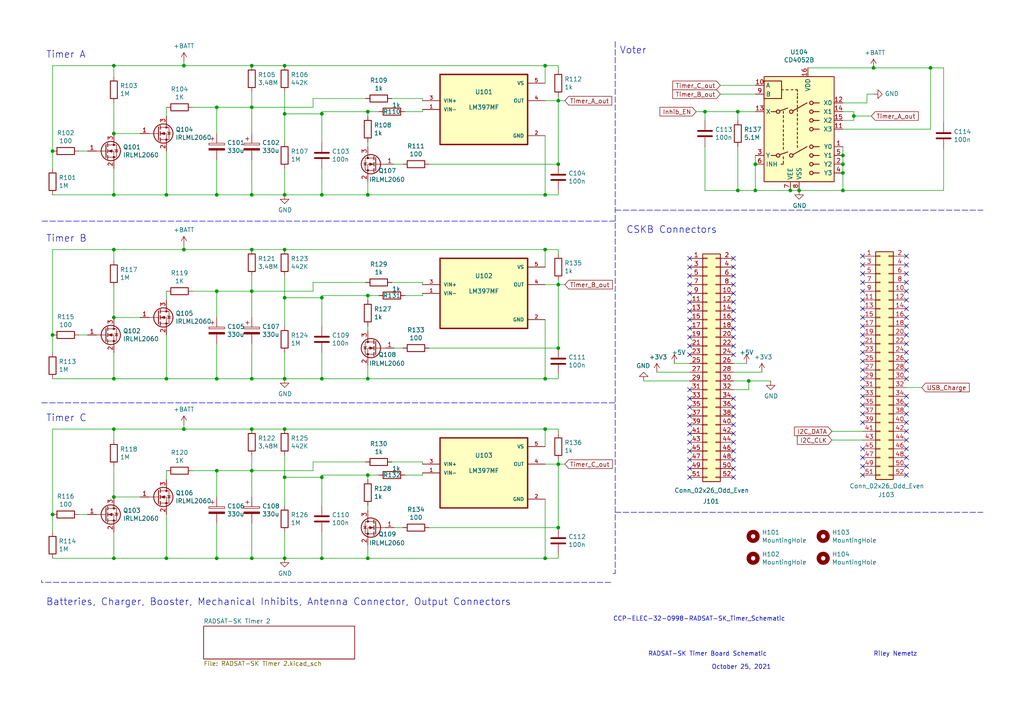
<source format=kicad_sch>
(kicad_sch (version 20211123) (generator eeschema)
  (paper "A4")
  (lib_symbols
    (symbol "Analog_Switch:CD4052B"
      (property "Reference" "U" (at -10.16 16.51 0))
      (property "Value" "CD4052B" (at 3.81 16.51 0))
      (symbol "CD4052B_1_1"
        (pin bidirectional line (at 12.7 -5.08 180) (length 2.54) (name "Y0") (number "1"))
        (pin input line (at -12.7 12.7 0) (length 2.54) (name "A") (number "10"))
        (pin bidirectional line (at 12.7 0 180) (length 2.54) (name "X3") (number "11"))
        (pin bidirectional line (at 12.7 7.62 180) (length 2.54) (name "X0") (number "12"))
        (pin bidirectional line (at -12.7 5.08 0) (length 2.54) (name "X") (number "13"))
        (pin bidirectional line (at 12.7 5.08 180) (length 2.54) (name "X1") (number "14"))
        (pin bidirectional line (at 12.7 2.54 180) (length 2.54) (name "X2") (number "15"))
        (pin power_in line (at 2.54 17.78 270) (length 2.54) (name "VDD") (number "16"))
        (pin bidirectional line (at 12.7 -10.16 180) (length 2.54) (name "Y2") (number "2"))
        (pin bidirectional line (at -12.7 -7.62 0) (length 2.54) (name "Y") (number "3"))
        (pin bidirectional line (at 12.7 -12.7 180) (length 2.54) (name "Y3") (number "4"))
        (pin bidirectional line (at 12.7 -7.62 180) (length 2.54) (name "Y1") (number "5"))
        (pin input line (at -12.7 -10.16 0) (length 2.54) (name "INH") (number "6"))
        (pin power_in line (at -2.54 -17.78 90) (length 2.54) (name "VEE") (number "7"))
        (pin power_in line (at 0 -17.78 90) (length 2.54) (name "VSS") (number "8"))
        (pin input line (at -12.7 10.16 0) (length 2.54) (name "B") (number "9"))
      )
    )
    (symbol "Connector_Generic:Conn_02x26_Odd_Even" (pin_names (offset 1.016) hide)
      (property "Reference" "J" (at 1.27 33.02 0))
      (property "Value" "Conn_02x26_Odd_Even" (at 1.27 -35.56 0))
      (symbol "Conn_02x26_Odd_Even_1_1"
        (pin passive line (at -5.08 30.48 0) (length 3.81) (name "Pin_1") (number "1"))
        (pin passive line (at 7.62 20.32 180) (length 3.81) (name "Pin_10") (number "10"))
        (pin passive line (at -5.08 17.78 0) (length 3.81) (name "Pin_11") (number "11"))
        (pin passive line (at 7.62 17.78 180) (length 3.81) (name "Pin_12") (number "12"))
        (pin passive line (at -5.08 15.24 0) (length 3.81) (name "Pin_13") (number "13"))
        (pin passive line (at 7.62 15.24 180) (length 3.81) (name "Pin_14") (number "14"))
        (pin passive line (at -5.08 12.7 0) (length 3.81) (name "Pin_15") (number "15"))
        (pin passive line (at 7.62 12.7 180) (length 3.81) (name "Pin_16") (number "16"))
        (pin passive line (at -5.08 10.16 0) (length 3.81) (name "Pin_17") (number "17"))
        (pin passive line (at 7.62 10.16 180) (length 3.81) (name "Pin_18") (number "18"))
        (pin passive line (at -5.08 7.62 0) (length 3.81) (name "Pin_19") (number "19"))
        (pin passive line (at 7.62 30.48 180) (length 3.81) (name "Pin_2") (number "2"))
        (pin passive line (at 7.62 7.62 180) (length 3.81) (name "Pin_20") (number "20"))
        (pin passive line (at -5.08 5.08 0) (length 3.81) (name "Pin_21") (number "21"))
        (pin passive line (at 7.62 5.08 180) (length 3.81) (name "Pin_22") (number "22"))
        (pin passive line (at -5.08 2.54 0) (length 3.81) (name "Pin_23") (number "23"))
        (pin passive line (at 7.62 2.54 180) (length 3.81) (name "Pin_24") (number "24"))
        (pin passive line (at -5.08 0 0) (length 3.81) (name "Pin_25") (number "25"))
        (pin passive line (at 7.62 0 180) (length 3.81) (name "Pin_26") (number "26"))
        (pin passive line (at -5.08 -2.54 0) (length 3.81) (name "Pin_27") (number "27"))
        (pin passive line (at 7.62 -2.54 180) (length 3.81) (name "Pin_28") (number "28"))
        (pin passive line (at -5.08 -5.08 0) (length 3.81) (name "Pin_29") (number "29"))
        (pin passive line (at -5.08 27.94 0) (length 3.81) (name "Pin_3") (number "3"))
        (pin passive line (at 7.62 -5.08 180) (length 3.81) (name "Pin_30") (number "30"))
        (pin passive line (at -5.08 -7.62 0) (length 3.81) (name "Pin_31") (number "31"))
        (pin passive line (at 7.62 -7.62 180) (length 3.81) (name "Pin_32") (number "32"))
        (pin passive line (at -5.08 -10.16 0) (length 3.81) (name "Pin_33") (number "33"))
        (pin passive line (at 7.62 -10.16 180) (length 3.81) (name "Pin_34") (number "34"))
        (pin passive line (at -5.08 -12.7 0) (length 3.81) (name "Pin_35") (number "35"))
        (pin passive line (at 7.62 -12.7 180) (length 3.81) (name "Pin_36") (number "36"))
        (pin passive line (at -5.08 -15.24 0) (length 3.81) (name "Pin_37") (number "37"))
        (pin passive line (at 7.62 -15.24 180) (length 3.81) (name "Pin_38") (number "38"))
        (pin passive line (at -5.08 -17.78 0) (length 3.81) (name "Pin_39") (number "39"))
        (pin passive line (at 7.62 27.94 180) (length 3.81) (name "Pin_4") (number "4"))
        (pin passive line (at 7.62 -17.78 180) (length 3.81) (name "Pin_40") (number "40"))
        (pin passive line (at -5.08 -20.32 0) (length 3.81) (name "Pin_41") (number "41"))
        (pin passive line (at 7.62 -20.32 180) (length 3.81) (name "Pin_42") (number "42"))
        (pin passive line (at -5.08 -22.86 0) (length 3.81) (name "Pin_43") (number "43"))
        (pin passive line (at 7.62 -22.86 180) (length 3.81) (name "Pin_44") (number "44"))
        (pin passive line (at -5.08 -25.4 0) (length 3.81) (name "Pin_45") (number "45"))
        (pin passive line (at 7.62 -25.4 180) (length 3.81) (name "Pin_46") (number "46"))
        (pin passive line (at -5.08 -27.94 0) (length 3.81) (name "Pin_47") (number "47"))
        (pin passive line (at 7.62 -27.94 180) (length 3.81) (name "Pin_48") (number "48"))
        (pin passive line (at -5.08 -30.48 0) (length 3.81) (name "Pin_49") (number "49"))
        (pin passive line (at -5.08 25.4 0) (length 3.81) (name "Pin_5") (number "5"))
        (pin passive line (at 7.62 -30.48 180) (length 3.81) (name "Pin_50") (number "50"))
        (pin passive line (at -5.08 -33.02 0) (length 3.81) (name "Pin_51") (number "51"))
        (pin passive line (at 7.62 -33.02 180) (length 3.81) (name "Pin_52") (number "52"))
        (pin passive line (at 7.62 25.4 180) (length 3.81) (name "Pin_6") (number "6"))
        (pin passive line (at -5.08 22.86 0) (length 3.81) (name "Pin_7") (number "7"))
        (pin passive line (at 7.62 22.86 180) (length 3.81) (name "Pin_8") (number "8"))
        (pin passive line (at -5.08 20.32 0) (length 3.81) (name "Pin_9") (number "9"))
      )
    )
    (symbol "Device:C" (pin_numbers hide) (pin_names (offset 0.254))
      (property "Reference" "C" (at 0.635 2.54 0))
      (property "Value" "C" (at 0.635 -2.54 0))
      (symbol "C_1_1"
        (pin passive line (at 0 3.81 270) (length 2.794) (name "~") (number "1"))
        (pin passive line (at 0 -3.81 90) (length 2.794) (name "~") (number "2"))
      )
    )
    (symbol "Device:CP" (pin_numbers hide) (pin_names (offset 0.254))
      (property "Reference" "C" (at 0.635 2.54 0))
      (property "Value" "Device_CP" (at 0.635 -2.54 0))
      (symbol "CP_1_1"
        (pin passive line (at 0 3.81 270) (length 2.794) (name "~") (number "1"))
        (pin passive line (at 0 -3.81 90) (length 2.794) (name "~") (number "2"))
      )
    )
    (symbol "Device:R" (pin_numbers hide) (pin_names (offset 0))
      (property "Reference" "R" (at 2.032 0 90))
      (property "Value" "R" (at 0 0 90))
      (symbol "R_1_1"
        (pin passive line (at 0 3.81 270) (length 1.27) (name "~") (number "1"))
        (pin passive line (at 0 -3.81 90) (length 1.27) (name "~") (number "2"))
      )
    )
    (symbol "LM397MF:LM397MF" (pin_names (offset 1.016))
      (property "Reference" "U" (at -12.7 11.1506 0))
      (property "Value" "LM397MF" (at -12.7 -14.1478 0))
      (symbol "LM397MF_0_0"
        (pin input line (at -17.78 0 0) (length 5.08) (name "VIN-") (number "1"))
        (pin power_in line (at 17.78 -7.62 180) (length 5.08) (name "GND") (number "2"))
        (pin input line (at -17.78 2.54 0) (length 5.08) (name "VIN+") (number "3"))
        (pin output line (at 17.78 2.54 180) (length 5.08) (name "OUT") (number "4"))
        (pin power_in line (at 17.78 7.62 180) (length 5.08) (name "VS") (number "5"))
      )
    )
    (symbol "Mechanical:MountingHole" (pin_names (offset 1.016))
      (property "Reference" "H" (at 0 5.08 0))
      (property "Value" "MountingHole" (at 0 3.175 0))
    )
    (symbol "Transistor_FET:IRLML2060" (pin_names hide)
      (property "Reference" "Q" (at 5.08 1.905 0))
      (property "Value" "IRLML2060" (at 5.08 0 0))
      (symbol "IRLML2060_1_1"
        (pin input line (at -5.08 0 0) (length 2.54) (name "G") (number "1"))
        (pin passive line (at 2.54 -5.08 90) (length 2.54) (name "S") (number "2"))
        (pin passive line (at 2.54 5.08 270) (length 2.54) (name "D") (number "3"))
      )
    )
    (symbol "power:+3V3" (power) (pin_names (offset 0))
      (property "Value" "+3V3" (at 0 3.556 0))
      (symbol "+3V3_1_1"
        (pin power_in line (at 0 0 90) (length 0) hide (name "+3V3") (number "1"))
      )
    )
    (symbol "power:+5V" (power) (pin_names (offset 0))
      (property "Value" "+5V" (at 0 3.556 0))
      (symbol "+5V_1_1"
        (pin power_in line (at 0 0 90) (length 0) hide (name "+5V") (number "1"))
      )
    )
    (symbol "power:+BATT" (power) (pin_names (offset 0))
      (property "Value" "+BATT" (at 0 3.556 0))
      (symbol "+BATT_1_1"
        (pin power_in line (at 0 0 90) (length 0) hide (name "+BATT") (number "1"))
      )
    )
    (symbol "power:GND" (power) (pin_names (offset 0))
      (property "Value" "GND" (at 0 -3.81 0))
      (symbol "GND_1_1"
        (pin power_in line (at 0 0 270) (length 0) hide (name "GND") (number "1"))
      )
    )
  )
  (junction (at 247.65 33.655))
  (junction (at 204.47 32.385))
  (junction (at 161.925 29.21))
  (junction (at 106.68 85.725))
  (junction (at 33.02 144.145))
  (junction (at 82.55 124.46))
  (junction (at 82.55 19.05))
  (junction (at 213.995 32.385))
  (junction (at 82.55 109.855))
  (junction (at 161.925 82.55))
  (junction (at 269.875 19.685))
  (junction (at 229.235 55.245))
  (junction (at 161.925 153.035))
  (junction (at 62.865 136.525))
  (junction (at 82.55 86.36))
  (junction (at 62.865 31.115))
  (junction (at 73.025 19.05))
  (junction (at 161.925 47.625))
  (junction (at 158.115 124.46))
  (junction (at 53.34 72.39))
  (junction (at 158.115 161.925))
  (junction (at 48.26 161.925))
  (junction (at 217.17 110.49))
  (junction (at 33.02 161.925))
  (junction (at 48.26 109.855))
  (junction (at 106.68 137.795))
  (junction (at 15.24 43.815))
  (junction (at 73.025 72.39))
  (junction (at 82.55 72.39))
  (junction (at 93.345 161.925))
  (junction (at 73.025 161.925))
  (junction (at 161.925 134.62))
  (junction (at 244.475 45.085))
  (junction (at 158.115 109.855))
  (junction (at 253.365 19.685))
  (junction (at 15.24 149.225))
  (junction (at 73.025 124.46))
  (junction (at 62.865 84.455))
  (junction (at 106.68 56.515))
  (junction (at 106.68 161.925))
  (junction (at 106.68 32.385))
  (junction (at 106.68 109.855))
  (junction (at 158.115 72.39))
  (junction (at 82.55 56.515))
  (junction (at 158.115 56.515))
  (junction (at 82.55 33.02))
  (junction (at 73.025 31.115))
  (junction (at 33.02 92.075))
  (junction (at 33.02 72.39))
  (junction (at 48.26 56.515))
  (junction (at 33.02 38.735))
  (junction (at 62.865 109.855))
  (junction (at 53.34 124.46))
  (junction (at 73.025 109.855))
  (junction (at 93.345 109.855))
  (junction (at 62.865 161.925))
  (junction (at 219.075 55.245))
  (junction (at 93.345 138.43))
  (junction (at 73.025 84.455))
  (junction (at 213.995 55.245))
  (junction (at 15.24 97.155))
  (junction (at 158.115 19.05))
  (junction (at 33.02 19.05))
  (junction (at 244.475 55.245))
  (junction (at 244.475 47.625))
  (junction (at 33.02 109.855))
  (junction (at 244.475 50.165))
  (junction (at 82.55 161.925))
  (junction (at 62.865 56.515))
  (junction (at 73.025 136.525))
  (junction (at 231.775 55.245))
  (junction (at 93.345 33.02))
  (junction (at 73.025 56.515))
  (junction (at 53.34 19.05))
  (junction (at 33.02 124.46))
  (junction (at 219.075 47.625))
  (junction (at 161.925 100.965))
  (junction (at 93.345 56.515))
  (junction (at 33.02 56.515))
  (junction (at 82.55 138.43))
  (junction (at 93.345 86.36))
  (no_connect (at 200.025 92.71))
  (no_connect (at 250.19 120.015))
  (no_connect (at 262.89 137.795))
  (no_connect (at 200.025 85.09))
  (no_connect (at 212.725 118.11))
  (no_connect (at 212.725 74.93))
  (no_connect (at 212.725 130.81))
  (no_connect (at 250.19 76.835))
  (no_connect (at 212.725 123.19))
  (no_connect (at 250.19 107.315))
  (no_connect (at 262.89 102.235))
  (no_connect (at 200.025 97.79))
  (no_connect (at 262.89 86.995))
  (no_connect (at 250.19 84.455))
  (no_connect (at 200.025 133.35))
  (no_connect (at 250.19 97.155))
  (no_connect (at 212.725 128.27))
  (no_connect (at 262.89 104.775))
  (no_connect (at 212.725 90.17))
  (no_connect (at 200.025 100.33))
  (no_connect (at 250.19 109.855))
  (no_connect (at 262.89 114.935))
  (no_connect (at 262.89 74.295))
  (no_connect (at 262.89 132.715))
  (no_connect (at 200.025 130.81))
  (no_connect (at 200.025 128.27))
  (no_connect (at 262.89 117.475))
  (no_connect (at 262.89 97.155))
  (no_connect (at 262.89 84.455))
  (no_connect (at 250.19 132.715))
  (no_connect (at 200.025 138.43))
  (no_connect (at 200.025 113.03))
  (no_connect (at 212.725 135.89))
  (no_connect (at 212.725 125.73))
  (no_connect (at 262.89 135.255))
  (no_connect (at 200.025 125.73))
  (no_connect (at 200.025 90.17))
  (no_connect (at 212.725 97.79))
  (no_connect (at 262.89 120.015))
  (no_connect (at 262.89 109.855))
  (no_connect (at 250.19 74.295))
  (no_connect (at 262.89 81.915))
  (no_connect (at 250.19 122.555))
  (no_connect (at 212.725 80.01))
  (no_connect (at 200.025 95.25))
  (no_connect (at 250.19 135.255))
  (no_connect (at 250.19 137.795))
  (no_connect (at 250.19 114.935))
  (no_connect (at 250.19 86.995))
  (no_connect (at 262.89 79.375))
  (no_connect (at 212.725 102.87))
  (no_connect (at 200.025 102.87))
  (no_connect (at 262.89 94.615))
  (no_connect (at 250.19 130.175))
  (no_connect (at 250.19 89.535))
  (no_connect (at 212.725 133.35))
  (no_connect (at 262.89 130.175))
  (no_connect (at 250.19 94.615))
  (no_connect (at 250.19 112.395))
  (no_connect (at 212.725 85.09))
  (no_connect (at 200.025 123.19))
  (no_connect (at 262.89 92.075))
  (no_connect (at 200.025 82.55))
  (no_connect (at 212.725 100.33))
  (no_connect (at 200.025 74.93))
  (no_connect (at 200.025 118.11))
  (no_connect (at 212.725 120.65))
  (no_connect (at 212.725 138.43))
  (no_connect (at 212.725 115.57))
  (no_connect (at 250.19 117.475))
  (no_connect (at 200.025 77.47))
  (no_connect (at 250.19 81.915))
  (no_connect (at 250.19 79.375))
  (no_connect (at 262.89 127.635))
  (no_connect (at 262.89 107.315))
  (no_connect (at 250.19 99.695))
  (no_connect (at 262.89 76.835))
  (no_connect (at 200.025 120.65))
  (no_connect (at 200.025 115.57))
  (no_connect (at 200.025 80.01))
  (no_connect (at 250.19 104.775))
  (no_connect (at 212.725 87.63))
  (no_connect (at 262.89 99.695))
  (no_connect (at 262.89 122.555))
  (no_connect (at 200.025 135.89))
  (no_connect (at 212.725 82.55))
  (no_connect (at 212.725 92.71))
  (no_connect (at 262.89 89.535))
  (no_connect (at 212.725 95.25))
  (no_connect (at 212.725 77.47))
  (no_connect (at 262.89 125.095))
  (no_connect (at 250.19 92.075))
  (no_connect (at 200.025 87.63))
  (no_connect (at 250.19 102.235))
  (wire (pts (xy 231.775 55.245) (xy 229.235 55.245)))
  (polyline (pts (xy 178.435 64.135) (xy 12.065 64.135)))
  (wire (pts (xy 122.555 28.575) (xy 122.555 29.21)))
  (wire (pts (xy 53.34 72.39) (xy 53.34 71.12)))
  (wire (pts (xy 106.68 161.925) (xy 158.115 161.925)))
  (wire (pts (xy 161.925 160.655) (xy 161.925 161.925)))
  (wire (pts (xy 158.115 39.37) (xy 158.115 56.515)))
  (wire (pts (xy 244.475 45.085) (xy 244.475 47.625)))
  (wire (pts (xy 82.55 19.05) (xy 73.025 19.05)))
  (wire (pts (xy 48.26 86.995) (xy 48.26 84.455)))
  (wire (pts (xy 73.025 109.855) (xy 62.865 109.855)))
  (wire (pts (xy 158.115 124.46) (xy 158.115 129.54)))
  (wire (pts (xy 244.475 42.545) (xy 244.475 45.085)))
  (wire (pts (xy 15.24 48.895) (xy 15.24 43.815)))
  (wire (pts (xy 113.665 81.915) (xy 122.555 81.915)))
  (wire (pts (xy 161.925 82.55) (xy 161.925 81.28)))
  (wire (pts (xy 117.475 85.725) (xy 122.555 85.725)))
  (wire (pts (xy 212.725 105.41) (xy 216.535 105.41)))
  (wire (pts (xy 244.475 47.625) (xy 244.475 50.165)))
  (wire (pts (xy 62.865 144.145) (xy 62.865 136.525)))
  (wire (pts (xy 122.555 32.385) (xy 122.555 31.75)))
  (wire (pts (xy 186.69 110.49) (xy 200.025 110.49)))
  (wire (pts (xy 48.26 149.225) (xy 48.26 161.925)))
  (wire (pts (xy 62.865 92.075) (xy 62.865 84.455)))
  (wire (pts (xy 106.68 94.615) (xy 106.68 95.885)))
  (wire (pts (xy 33.02 48.895) (xy 33.02 56.515)))
  (wire (pts (xy 22.86 149.225) (xy 25.4 149.225)))
  (wire (pts (xy 158.115 72.39) (xy 161.925 72.39)))
  (wire (pts (xy 33.02 154.305) (xy 33.02 161.925)))
  (wire (pts (xy 82.55 33.02) (xy 93.345 33.02)))
  (wire (pts (xy 53.34 124.46) (xy 53.34 123.19)))
  (wire (pts (xy 48.26 97.155) (xy 48.26 109.855)))
  (wire (pts (xy 53.34 19.05) (xy 53.34 17.78)))
  (wire (pts (xy 73.025 31.115) (xy 90.805 31.115)))
  (wire (pts (xy 116.84 153.035) (xy 114.3 153.035)))
  (wire (pts (xy 33.02 92.075) (xy 40.64 92.075)))
  (wire (pts (xy 273.685 19.685) (xy 273.685 35.56)))
  (wire (pts (xy 53.34 19.05) (xy 33.02 19.05)))
  (polyline (pts (xy 178.435 12.065) (xy 178.435 166.37)))
  (wire (pts (xy 15.24 124.46) (xy 15.24 149.225)))
  (wire (pts (xy 124.46 100.965) (xy 161.925 100.965)))
  (wire (pts (xy 93.345 137.795) (xy 93.345 138.43)))
  (wire (pts (xy 122.555 137.795) (xy 122.555 137.16)))
  (wire (pts (xy 82.55 161.925) (xy 73.025 161.925)))
  (wire (pts (xy 62.865 136.525) (xy 73.025 136.525)))
  (wire (pts (xy 33.02 161.925) (xy 48.26 161.925)))
  (wire (pts (xy 33.02 83.185) (xy 33.02 92.075)))
  (wire (pts (xy 82.55 72.39) (xy 73.025 72.39)))
  (wire (pts (xy 106.68 56.515) (xy 93.345 56.515)))
  (wire (pts (xy 93.345 33.02) (xy 93.345 41.275)))
  (wire (pts (xy 158.115 92.71) (xy 158.115 109.855)))
  (wire (pts (xy 106.045 133.985) (xy 90.805 133.985)))
  (wire (pts (xy 161.925 72.39) (xy 161.925 73.66)))
  (wire (pts (xy 161.925 47.625) (xy 161.925 29.21)))
  (wire (pts (xy 82.55 26.67) (xy 82.55 33.02)))
  (wire (pts (xy 124.46 153.035) (xy 161.925 153.035)))
  (wire (pts (xy 48.26 139.065) (xy 48.26 136.525)))
  (wire (pts (xy 93.345 85.725) (xy 93.345 86.36)))
  (wire (pts (xy 122.555 133.985) (xy 122.555 134.62)))
  (polyline (pts (xy 12.065 116.84) (xy 178.435 116.84)))
  (wire (pts (xy 161.925 109.855) (xy 158.115 109.855)))
  (wire (pts (xy 106.68 41.275) (xy 106.68 42.545)))
  (wire (pts (xy 219.075 47.625) (xy 219.075 55.245)))
  (wire (pts (xy 53.34 124.46) (xy 73.025 124.46)))
  (wire (pts (xy 158.115 124.46) (xy 161.925 124.46)))
  (wire (pts (xy 158.115 19.05) (xy 158.115 24.13)))
  (wire (pts (xy 116.84 100.965) (xy 114.3 100.965)))
  (wire (pts (xy 53.34 124.46) (xy 33.02 124.46)))
  (wire (pts (xy 269.875 37.465) (xy 269.875 19.685)))
  (wire (pts (xy 82.55 132.08) (xy 82.55 138.43)))
  (wire (pts (xy 158.115 19.05) (xy 161.925 19.05)))
  (wire (pts (xy 213.995 55.245) (xy 219.075 55.245)))
  (wire (pts (xy 251.46 29.845) (xy 251.46 27.305)))
  (wire (pts (xy 73.025 84.455) (xy 90.805 84.455)))
  (wire (pts (xy 82.55 138.43) (xy 93.345 138.43)))
  (wire (pts (xy 48.26 43.815) (xy 48.26 56.515)))
  (wire (pts (xy 55.88 136.525) (xy 62.865 136.525)))
  (wire (pts (xy 208.915 27.305) (xy 219.075 27.305)))
  (wire (pts (xy 82.55 56.515) (xy 73.025 56.515)))
  (wire (pts (xy 33.02 109.855) (xy 15.24 109.855)))
  (wire (pts (xy 82.55 161.925) (xy 93.345 161.925)))
  (wire (pts (xy 15.24 102.235) (xy 15.24 97.155)))
  (wire (pts (xy 158.115 144.78) (xy 158.115 161.925)))
  (wire (pts (xy 82.55 109.855) (xy 73.025 109.855)))
  (wire (pts (xy 33.02 19.05) (xy 15.24 19.05)))
  (wire (pts (xy 204.47 42.545) (xy 204.47 55.245)))
  (wire (pts (xy 33.02 161.925) (xy 15.24 161.925)))
  (wire (pts (xy 90.805 133.985) (xy 90.805 136.525)))
  (wire (pts (xy 269.875 19.685) (xy 273.685 19.685)))
  (wire (pts (xy 33.02 56.515) (xy 15.24 56.515)))
  (wire (pts (xy 213.995 42.545) (xy 213.995 55.245)))
  (wire (pts (xy 253.365 19.685) (xy 269.875 19.685)))
  (polyline (pts (xy 177.165 168.91) (xy 12.065 168.91)))
  (wire (pts (xy 267.335 112.395) (xy 262.89 112.395)))
  (wire (pts (xy 106.68 52.705) (xy 106.68 56.515)))
  (wire (pts (xy 116.84 47.625) (xy 114.3 47.625)))
  (wire (pts (xy 93.345 138.43) (xy 93.345 146.685)))
  (wire (pts (xy 204.47 32.385) (xy 213.995 32.385)))
  (wire (pts (xy 106.68 109.855) (xy 93.345 109.855)))
  (wire (pts (xy 244.475 50.165) (xy 244.475 55.245)))
  (wire (pts (xy 73.025 31.115) (xy 73.025 26.67)))
  (wire (pts (xy 231.775 55.245) (xy 244.475 55.245)))
  (wire (pts (xy 33.02 72.39) (xy 15.24 72.39)))
  (wire (pts (xy 73.025 84.455) (xy 73.025 80.01)))
  (wire (pts (xy 82.55 56.515) (xy 93.345 56.515)))
  (wire (pts (xy 273.685 55.245) (xy 244.475 55.245)))
  (wire (pts (xy 33.02 38.735) (xy 40.64 38.735)))
  (wire (pts (xy 82.55 48.895) (xy 82.55 56.515)))
  (wire (pts (xy 124.46 47.625) (xy 161.925 47.625)))
  (wire (pts (xy 234.315 19.685) (xy 253.365 19.685)))
  (wire (pts (xy 73.025 161.925) (xy 62.865 161.925)))
  (wire (pts (xy 33.02 135.255) (xy 33.02 144.145)))
  (wire (pts (xy 33.02 56.515) (xy 48.26 56.515)))
  (wire (pts (xy 106.68 106.045) (xy 106.68 109.855)))
  (wire (pts (xy 247.65 32.385) (xy 244.475 32.385)))
  (wire (pts (xy 53.34 19.05) (xy 73.025 19.05)))
  (wire (pts (xy 201.93 32.385) (xy 204.47 32.385)))
  (wire (pts (xy 109.855 85.725) (xy 106.68 85.725)))
  (wire (pts (xy 247.65 33.655) (xy 247.65 32.385)))
  (wire (pts (xy 200.025 107.95) (xy 190.5 107.95)))
  (wire (pts (xy 33.02 124.46) (xy 33.02 127.635)))
  (wire (pts (xy 106.68 139.065) (xy 106.68 137.795)))
  (wire (pts (xy 73.025 144.145) (xy 73.025 136.525)))
  (wire (pts (xy 82.55 86.36) (xy 93.345 86.36)))
  (wire (pts (xy 93.345 32.385) (xy 93.345 33.02)))
  (polyline (pts (xy 12.065 168.91) (xy 12.065 168.275)))
  (wire (pts (xy 48.26 161.925) (xy 62.865 161.925)))
  (wire (pts (xy 106.045 28.575) (xy 90.805 28.575)))
  (wire (pts (xy 161.925 153.035) (xy 161.925 134.62)))
  (wire (pts (xy 106.68 56.515) (xy 158.115 56.515)))
  (wire (pts (xy 93.345 161.925) (xy 93.345 154.305)))
  (wire (pts (xy 212.725 107.95) (xy 220.98 107.95)))
  (wire (pts (xy 204.47 32.385) (xy 204.47 34.925)))
  (wire (pts (xy 122.555 85.725) (xy 122.555 85.09)))
  (wire (pts (xy 158.115 72.39) (xy 158.115 77.47)))
  (wire (pts (xy 82.55 80.01) (xy 82.55 86.36)))
  (wire (pts (xy 82.55 124.46) (xy 158.115 124.46)))
  (wire (pts (xy 213.995 32.385) (xy 219.075 32.385)))
  (wire (pts (xy 241.3 127.635) (xy 250.19 127.635)))
  (wire (pts (xy 109.855 137.795) (xy 106.68 137.795)))
  (wire (pts (xy 161.925 29.21) (xy 161.925 27.94)))
  (wire (pts (xy 273.685 43.18) (xy 273.685 55.245)))
  (wire (pts (xy 22.86 97.155) (xy 25.4 97.155)))
  (wire (pts (xy 82.55 124.46) (xy 73.025 124.46)))
  (wire (pts (xy 82.55 109.855) (xy 93.345 109.855)))
  (wire (pts (xy 219.075 55.245) (xy 229.235 55.245)))
  (wire (pts (xy 247.65 34.925) (xy 244.475 34.925)))
  (wire (pts (xy 106.68 109.855) (xy 158.115 109.855)))
  (wire (pts (xy 73.025 56.515) (xy 62.865 56.515)))
  (wire (pts (xy 161.925 134.62) (xy 163.83 134.62)))
  (wire (pts (xy 90.805 28.575) (xy 90.805 31.115)))
  (wire (pts (xy 93.345 85.725) (xy 106.68 85.725)))
  (wire (pts (xy 62.865 31.115) (xy 73.025 31.115)))
  (wire (pts (xy 82.55 86.36) (xy 82.55 94.615)))
  (wire (pts (xy 161.925 55.245) (xy 161.925 56.515)))
  (wire (pts (xy 55.88 31.115) (xy 62.865 31.115)))
  (wire (pts (xy 251.46 27.305) (xy 253.365 27.305)))
  (wire (pts (xy 55.88 84.455) (xy 62.865 84.455)))
  (wire (pts (xy 33.02 29.845) (xy 33.02 38.735)))
  (wire (pts (xy 53.34 72.39) (xy 33.02 72.39)))
  (wire (pts (xy 241.3 125.095) (xy 250.19 125.095)))
  (wire (pts (xy 247.65 33.655) (xy 247.65 34.925)))
  (wire (pts (xy 106.68 158.115) (xy 106.68 161.925)))
  (wire (pts (xy 106.68 146.685) (xy 106.68 147.955)))
  (wire (pts (xy 161.925 124.46) (xy 161.925 125.73)))
  (wire (pts (xy 122.555 81.915) (xy 122.555 82.55)))
  (wire (pts (xy 106.68 86.995) (xy 106.68 85.725)))
  (wire (pts (xy 82.55 138.43) (xy 82.55 146.685)))
  (wire (pts (xy 82.55 19.05) (xy 158.115 19.05)))
  (wire (pts (xy 62.865 84.455) (xy 73.025 84.455)))
  (wire (pts (xy 117.475 32.385) (xy 122.555 32.385)))
  (wire (pts (xy 33.02 19.05) (xy 33.02 22.225)))
  (wire (pts (xy 158.115 82.55) (xy 161.925 82.55)))
  (polyline (pts (xy 178.435 166.37) (xy 177.8 166.37)))
  (wire (pts (xy 82.55 72.39) (xy 158.115 72.39)))
  (wire (pts (xy 161.925 56.515) (xy 158.115 56.515)))
  (wire (pts (xy 33.02 124.46) (xy 15.24 124.46)))
  (wire (pts (xy 62.865 99.695) (xy 62.865 109.855)))
  (wire (pts (xy 106.68 33.655) (xy 106.68 32.385)))
  (wire (pts (xy 15.24 72.39) (xy 15.24 97.155)))
  (wire (pts (xy 15.24 154.305) (xy 15.24 149.225)))
  (wire (pts (xy 73.025 99.695) (xy 73.025 109.855)))
  (wire (pts (xy 33.02 109.855) (xy 48.26 109.855)))
  (wire (pts (xy 204.47 55.245) (xy 213.995 55.245)))
  (wire (pts (xy 33.02 102.235) (xy 33.02 109.855)))
  (wire (pts (xy 195.58 105.41) (xy 200.025 105.41)))
  (wire (pts (xy 48.26 56.515) (xy 62.865 56.515)))
  (wire (pts (xy 217.17 110.49) (xy 223.52 110.49)))
  (polyline (pts (xy 178.435 60.96) (xy 285.115 60.96)))
  (wire (pts (xy 117.475 137.795) (xy 122.555 137.795)))
  (wire (pts (xy 109.855 32.385) (xy 106.68 32.385)))
  (wire (pts (xy 106.68 161.925) (xy 93.345 161.925)))
  (wire (pts (xy 161.925 100.965) (xy 161.925 82.55)))
  (wire (pts (xy 33.02 72.39) (xy 33.02 75.565)))
  (wire (pts (xy 158.115 29.21) (xy 161.925 29.21)))
  (polyline (pts (xy 178.435 148.59) (xy 285.115 148.59)))
  (wire (pts (xy 82.55 33.02) (xy 82.55 41.275)))
  (wire (pts (xy 161.925 29.21) (xy 163.83 29.21)))
  (wire (pts (xy 73.025 46.355) (xy 73.025 56.515)))
  (wire (pts (xy 33.02 144.145) (xy 40.64 144.145)))
  (wire (pts (xy 93.345 32.385) (xy 106.68 32.385)))
  (wire (pts (xy 161.925 19.05) (xy 161.925 20.32)))
  (wire (pts (xy 161.925 134.62) (xy 161.925 133.35)))
  (wire (pts (xy 73.025 38.735) (xy 73.025 31.115)))
  (wire (pts (xy 73.025 151.765) (xy 73.025 161.925)))
  (wire (pts (xy 73.025 136.525) (xy 90.805 136.525)))
  (wire (pts (xy 93.345 137.795) (xy 106.68 137.795)))
  (wire (pts (xy 93.345 109.855) (xy 93.345 102.235)))
  (wire (pts (xy 212.725 110.49) (xy 217.17 110.49)))
  (wire (pts (xy 93.345 86.36) (xy 93.345 94.615)))
  (wire (pts (xy 73.025 92.075) (xy 73.025 84.455)))
  (wire (pts (xy 161.925 161.925) (xy 158.115 161.925)))
  (wire (pts (xy 217.17 113.03) (xy 217.17 110.49)))
  (wire (pts (xy 82.55 102.235) (xy 82.55 109.855)))
  (wire (pts (xy 244.475 37.465) (xy 269.875 37.465)))
  (wire (pts (xy 244.475 29.845) (xy 251.46 29.845)))
  (wire (pts (xy 219.075 45.085) (xy 219.075 47.625)))
  (wire (pts (xy 73.025 136.525) (xy 73.025 132.08)))
  (wire (pts (xy 113.665 28.575) (xy 122.555 28.575)))
  (wire (pts (xy 213.995 32.385) (xy 213.995 34.925)))
  (wire (pts (xy 161.925 82.55) (xy 163.83 82.55)))
  (wire (pts (xy 113.665 133.985) (xy 122.555 133.985)))
  (wire (pts (xy 62.865 151.765) (xy 62.865 161.925)))
  (wire (pts (xy 48.26 109.855) (xy 62.865 109.855)))
  (wire (pts (xy 53.34 72.39) (xy 73.025 72.39)))
  (wire (pts (xy 62.865 46.355) (xy 62.865 56.515)))
  (wire (pts (xy 212.725 113.03) (xy 217.17 113.03)))
  (wire (pts (xy 62.865 38.735) (xy 62.865 31.115)))
  (wire (pts (xy 208.915 24.765) (xy 219.075 24.765)))
  (wire (pts (xy 22.86 43.815) (xy 25.4 43.815)))
  (wire (pts (xy 106.045 81.915) (xy 90.805 81.915)))
  (wire (pts (xy 48.26 33.655) (xy 48.26 31.115)))
  (wire (pts (xy 247.65 33.655) (xy 252.73 33.655)))
  (wire (pts (xy 93.345 56.515) (xy 93.345 48.895)))
  (wire (pts (xy 90.805 81.915) (xy 90.805 84.455)))
  (wire (pts (xy 15.24 19.05) (xy 15.24 43.815)))
  (wire (pts (xy 82.55 154.305) (xy 82.55 161.925)))
  (wire (pts (xy 161.925 108.585) (xy 161.925 109.855)))
  (wire (pts (xy 158.115 134.62) (xy 161.925 134.62)))
  (text "CCP-ELEC-32-0998-RADSAT-SK_Timer_Schematic" (at 177.8 180.34 0) (effects (font (size 1.27 1.27)) (justify left bottom)))
  (text "Voter" (at 179.705 15.875 0) (effects (font (size 2.0066 2.0066)) (justify left bottom)))
  (text "CSKB Connectors" (at 181.61 67.945 0) (effects (font (size 2.0066 2.0066)) (justify left bottom)))
  (text "RADSAT-SK Timer Board Schematic" (at 187.96 190.5 0) (effects (font (size 1.27 1.27)) (justify left bottom)))
  (text "October 25, 2021\n" (at 206.375 194.31 0) (effects (font (size 1.27 1.27)) (justify left bottom)))
  (text "Batteries, Charger, Booster, Mechanical Inhibits, Antenna Connector, Output Connectors" (at 13.335 175.895 0) (effects (font (size 2.0066 2.0066)) (justify left bottom)))
  (text "Timer A" (at 13.335 17.145 0) (effects (font (size 2.0066 2.0066)) (justify left bottom)))
  (text "Riley Nemetz" (at 266.065 190.5 180) (effects (font (size 1.27 1.27)) (justify right bottom)))
  (text "Timer C" (at 13.335 122.555 0) (effects (font (size 2.0066 2.0066)) (justify left bottom)))
  (text "Timer B" (at 13.335 70.485 0) (effects (font (size 2.0066 2.0066)) (justify left bottom)))
  (global_label "Inhib_EN" (shape input) (at 201.93 32.385 180) (property "Intersheet References" "${INTERSHEET_REFS}" (effects hide)))
  (global_label "Timer_C_out" (shape input) (at 208.915 24.765 180) (property "Intersheet References" "${INTERSHEET_REFS}" (effects hide)))
  (global_label "I2C_DATA" (shape input) (at 241.3 125.095 180) (property "Intersheet References" "${INTERSHEET_REFS}" (effects hide)))
  (global_label "Timer_A_out" (shape input) (at 252.73 33.655 0) (property "Intersheet References" "${INTERSHEET_REFS}" (effects hide)))
  (global_label "Timer_C_out" (shape input) (at 163.83 134.62 0) (property "Intersheet References" "${INTERSHEET_REFS}" (effects hide)))
  (global_label "Timer_B_out" (shape input) (at 163.83 82.55 0) (property "Intersheet References" "${INTERSHEET_REFS}" (effects hide)))
  (global_label "USB_Charge" (shape input) (at 267.335 112.395 0) (property "Intersheet References" "${INTERSHEET_REFS}" (effects hide)))
  (global_label "Timer_B_out" (shape input) (at 208.915 27.305 180) (property "Intersheet References" "${INTERSHEET_REFS}" (effects hide)))
  (global_label "I2C_CLK" (shape input) (at 241.3 127.635 180) (property "Intersheet References" "${INTERSHEET_REFS}" (effects hide)))
  (global_label "Timer_A_out" (shape input) (at 163.83 29.21 0) (property "Intersheet References" "${INTERSHEET_REFS}" (effects hide)))
  (symbol (lib_id "Device:R") (at 15.24 52.705 0) (unit 1)
    (property "Reference" "R101" (at 17.018 51.5366 0) (effects (justify left)))
    (property "Value" "1M" (at 17.018 53.848 0) (effects (justify left)))
    (property "Footprint" "Resistor_SMD:R_0805_2012Metric" (effects hide))
  )
  (symbol (lib_id "Device:R") (at 19.05 43.815 270) (unit 1)
    (property "Reference" "R102" (at 19.05 38.5572 90))
    (property "Value" "100" (at 19.05 40.8686 90))
    (property "Footprint" "Resistor_SMD:R_0805_2012Metric" (effects hide))
  )
  (symbol (lib_id "Device:R") (at 33.02 26.035 180) (unit 1)
    (property "Reference" "R103" (at 34.798 24.8666 0) (effects (justify right)))
    (property "Value" "1M" (at 34.798 27.178 0) (effects (justify right)))
    (property "Footprint" "Resistor_SMD:R_0805_2012Metric" (effects hide))
  )
  (symbol (lib_id "Device:R") (at 52.07 31.115 90) (unit 1)
    (property "Reference" "R104" (at 52.07 25.8572 90))
    (property "Value" "1K" (at 52.07 28.1686 90))
    (property "Footprint" "Resistor_SMD:R_0805_2012Metric" (effects hide))
  )
  (symbol (lib_id "Device:CP") (at 62.865 42.545 0) (unit 1)
    (property "Reference" "C101" (at 65.8622 41.3766 0) (effects (justify left)))
    (property "Value" "330u" (at 65.8622 43.688 0) (effects (justify left)))
    (property "Footprint" "Capacitor_Tantalum_SMD:CP_EIA-7343-30_AVX-N_Pad2.25x2.55mm_HandSolder" (effects hide))
  )
  (symbol (lib_id "Device:CP") (at 73.025 42.545 0) (unit 1)
    (property "Reference" "C102" (at 76.0222 41.3766 0) (effects (justify left)))
    (property "Value" "330u" (at 76.0222 43.688 0) (effects (justify left)))
    (property "Footprint" "Capacitor_Tantalum_SMD:CP_EIA-7343-30_AVX-N_Pad2.25x2.55mm_HandSolder" (effects hide))
  )
  (symbol (lib_id "Device:R") (at 73.025 22.86 0) (unit 1)
    (property "Reference" "R105" (at 74.803 21.6916 0) (effects (justify left)))
    (property "Value" "3.48M" (at 74.803 24.003 0) (effects (justify left)))
    (property "Footprint" "Resistor_SMD:R_0805_2012Metric" (effects hide))
  )
  (symbol (lib_id "power:GND") (at 82.55 56.515 0) (unit 1)
    (property "Reference" "#PWR0101" (effects hide))
    (property "Value" "GND" (at 82.677 60.9092 0))
  )
  (symbol (lib_id "Analog_Switch:CD4052B") (at 231.775 37.465 0) (unit 1)
    (property "Reference" "U104" (at 231.775 15.0876 0))
    (property "Value" "CD4052B" (at 231.775 17.399 0))
    (property "Footprint" "Package_SO:TSSOP-16_4.4x5mm_P0.65mm" (effects hide))
    (property "Datasheet" "http://www.ti.com/lit/ds/symlink/cd4052b.pdf" (effects hide))
  )
  (symbol (lib_id "Device:R") (at 82.55 45.085 0) (unit 1)
    (property "Reference" "R107" (at 84.328 43.9166 0) (effects (justify left)))
    (property "Value" "1M" (at 84.328 46.228 0) (effects (justify left)))
    (property "Footprint" "Resistor_SMD:R_0805_2012Metric" (effects hide))
  )
  (symbol (lib_id "Device:R") (at 82.55 22.86 0) (unit 1)
    (property "Reference" "R106" (at 84.328 21.6916 0) (effects (justify left)))
    (property "Value" "442K" (at 84.328 24.003 0) (effects (justify left)))
    (property "Footprint" "Resistor_SMD:R_0805_2012Metric" (effects hide))
  )
  (symbol (lib_id "Device:C") (at 93.345 45.085 0) (unit 1)
    (property "Reference" "C103" (at 96.266 43.9166 0) (effects (justify left)))
    (property "Value" "100n" (at 96.266 46.228 0) (effects (justify left)))
    (property "Footprint" "Capacitor_SMD:C_0805_2012Metric" (effects hide))
  )
  (symbol (lib_id "Device:R") (at 109.855 28.575 270) (unit 1)
    (property "Reference" "R109" (at 109.855 23.3172 90))
    (property "Value" "1k" (at 109.855 25.6286 90))
    (property "Footprint" "Resistor_SMD:R_0805_2012Metric" (effects hide))
  )
  (symbol (lib_id "Device:R") (at 113.665 32.385 270) (unit 1)
    (property "Reference" "R110" (at 113.665 32.385 90))
    (property "Value" "1k" (at 114.935 30.48 90))
    (property "Footprint" "Resistor_SMD:R_0805_2012Metric" (effects hide))
  )
  (symbol (lib_id "Device:R") (at 106.68 37.465 180) (unit 1)
    (property "Reference" "R108" (at 108.458 36.2966 0) (effects (justify right)))
    (property "Value" "1k" (at 108.458 38.608 0) (effects (justify right)))
    (property "Footprint" "Resistor_SMD:R_0805_2012Metric" (effects hide))
  )
  (symbol (lib_id "Device:R") (at 120.65 47.625 270) (unit 1)
    (property "Reference" "R111" (at 120.65 42.3672 90))
    (property "Value" "100" (at 120.65 44.6786 90))
    (property "Footprint" "Resistor_SMD:R_0805_2012Metric" (effects hide))
  )
  (symbol (lib_id "Device:C") (at 161.925 51.435 0) (unit 1)
    (property "Reference" "C104" (at 164.846 50.2666 0) (effects (justify left)))
    (property "Value" "100n" (at 164.846 52.578 0) (effects (justify left)))
    (property "Footprint" "Capacitor_SMD:C_0805_2012Metric" (effects hide))
  )
  (symbol (lib_id "Device:R") (at 161.925 24.13 180) (unit 1)
    (property "Reference" "R112" (at 163.703 22.9616 0) (effects (justify right)))
    (property "Value" "1k" (at 163.703 25.273 0) (effects (justify right)))
    (property "Footprint" "Resistor_SMD:R_0805_2012Metric" (effects hide))
  )
  (symbol (lib_id "Transistor_FET:IRLML2060") (at 30.48 43.815 0) (unit 1)
    (property "Reference" "Q101" (at 35.6616 42.6466 0) (effects (justify left)))
    (property "Value" "IRLML2060" (at 35.6616 44.958 0) (effects (justify left)))
    (property "Footprint" "Package_TO_SOT_SMD:SOT-23_Handsoldering" (effects hide))
    (property "Datasheet" "https://www.infineon.com/dgdl/irlml2060pbf.pdf?fileId=5546d462533600a401535664b7fb25ee" (effects hide))
  )
  (symbol (lib_id "Device:R") (at 213.995 38.735 180) (unit 1)
    (property "Reference" "R137" (at 215.773 37.5666 0) (effects (justify right)))
    (property "Value" "5.1M" (at 215.773 39.878 0) (effects (justify right)))
    (property "Footprint" "Resistor_SMD:R_0805_2012Metric" (effects hide))
  )
  (symbol (lib_id "Device:C") (at 273.685 39.37 0) (unit 1)
    (property "Reference" "C114" (at 276.606 38.2016 0) (effects (justify left)))
    (property "Value" "100n" (at 276.606 40.513 0) (effects (justify left)))
    (property "Footprint" "Capacitor_SMD:C_0805_2012Metric" (effects hide))
  )
  (symbol (lib_id "Transistor_FET:IRLML2060") (at 45.72 38.735 0) (unit 1)
    (property "Reference" "Q104" (at 50.9016 37.5666 0) (effects (justify left)))
    (property "Value" "IRLML2060" (at 50.9016 39.878 0) (effects (justify left)))
    (property "Footprint" "Package_TO_SOT_SMD:SOT-23_Handsoldering" (effects hide))
    (property "Datasheet" "https://www.infineon.com/dgdl/irlml2060pbf.pdf?fileId=5546d462533600a401535664b7fb25ee" (effects hide))
  )
  (symbol (lib_id "Device:C") (at 204.47 38.735 0) (unit 1)
    (property "Reference" "C113" (at 207.391 37.5666 0) (effects (justify left)))
    (property "Value" "100n" (at 207.391 39.878 0) (effects (justify left)))
    (property "Footprint" "Capacitor_SMD:C_0805_2012Metric" (effects hide))
  )
  (symbol (lib_id "Transistor_FET:IRLML2060") (at 109.22 47.625 0) (mirror y) (unit 1)
    (property "Reference" "Q107" (at 114.935 49.53 0) (effects (justify left)))
    (property "Value" "IRLML2060" (at 117.475 52.07 0) (effects (justify left)))
    (property "Footprint" "Package_TO_SOT_SMD:SOT-23_Handsoldering" (effects hide))
    (property "Datasheet" "https://www.infineon.com/dgdl/irlml2060pbf.pdf?fileId=5546d462533600a401535664b7fb25ee" (effects hide))
  )
  (symbol (lib_id "power:GND") (at 253.365 27.305 90) (unit 1)
    (property "Reference" "#PWR0111" (effects hide))
    (property "Value" "GND" (at 256.6162 27.178 90) (effects (justify right)))
  )
  (symbol (lib_id "LM397MF:LM397MF") (at 140.335 31.75 0) (unit 1)
    (property "Reference" "U101" (at 140.335 26.67 0))
    (property "Value" "LM397MF" (at 140.335 31.115 0))
    (property "Footprint" "Package_TO_SOT_SMD:TSOT-23-5_HandSoldering" (effects hide))
  )
  (symbol (lib_id "power:+BATT") (at 53.34 17.78 0) (unit 1)
    (property "Reference" "#PWR0104" (effects hide))
    (property "Value" "+BATT" (at 53.34 13.335 0))
  )
  (symbol (lib_id "power:+BATT") (at 253.365 19.685 0) (unit 1)
    (property "Reference" "#PWR0107" (effects hide))
    (property "Value" "+BATT" (at 253.746 15.2908 0))
  )
  (symbol (lib_id "Device:R") (at 33.02 79.375 180) (unit 1)
    (property "Reference" "R117" (at 34.798 78.2066 0) (effects (justify right)))
    (property "Value" "1M" (at 34.798 80.518 0) (effects (justify right)))
    (property "Footprint" "Resistor_SMD:R_0805_2012Metric" (effects hide))
  )
  (symbol (lib_id "Device:R") (at 52.07 84.455 90) (unit 1)
    (property "Reference" "R119" (at 52.07 79.1972 90))
    (property "Value" "1K" (at 52.07 81.5086 90))
    (property "Footprint" "Resistor_SMD:R_0805_2012Metric" (effects hide))
  )
  (symbol (lib_id "Device:CP") (at 62.865 95.885 0) (unit 1)
    (property "Reference" "C105" (at 65.8622 94.7166 0) (effects (justify left)))
    (property "Value" "330u" (at 65.8622 97.028 0) (effects (justify left)))
    (property "Footprint" "Capacitor_Tantalum_SMD:CP_EIA-7343-30_AVX-N_Pad2.25x2.55mm_HandSolder" (effects hide))
  )
  (symbol (lib_id "Device:CP") (at 73.025 95.885 0) (unit 1)
    (property "Reference" "C107" (at 76.0222 94.7166 0) (effects (justify left)))
    (property "Value" "330u" (at 76.0222 97.028 0) (effects (justify left)))
    (property "Footprint" "Capacitor_Tantalum_SMD:CP_EIA-7343-30_AVX-N_Pad2.25x2.55mm_HandSolder" (effects hide))
  )
  (symbol (lib_id "Device:R") (at 73.025 76.2 0) (unit 1)
    (property "Reference" "R121" (at 74.803 75.0316 0) (effects (justify left)))
    (property "Value" "3.48M" (at 74.803 77.343 0) (effects (justify left)))
    (property "Footprint" "Resistor_SMD:R_0805_2012Metric" (effects hide))
  )
  (symbol (lib_id "Device:R") (at 82.55 98.425 0) (unit 1)
    (property "Reference" "R124" (at 84.328 97.2566 0) (effects (justify left)))
    (property "Value" "1M" (at 84.328 99.568 0) (effects (justify left)))
    (property "Footprint" "Resistor_SMD:R_0805_2012Metric" (effects hide))
  )
  (symbol (lib_id "Device:R") (at 82.55 76.2 0) (unit 1)
    (property "Reference" "R123" (at 84.328 75.0316 0) (effects (justify left)))
    (property "Value" "442K" (at 84.328 77.343 0) (effects (justify left)))
    (property "Footprint" "Resistor_SMD:R_0805_2012Metric" (effects hide))
  )
  (symbol (lib_id "Device:C") (at 93.345 98.425 0) (unit 1)
    (property "Reference" "C109" (at 96.266 97.2566 0) (effects (justify left)))
    (property "Value" "100n" (at 96.266 99.568 0) (effects (justify left)))
    (property "Footprint" "Capacitor_SMD:C_0805_2012Metric" (effects hide))
  )
  (symbol (lib_id "Device:R") (at 109.855 81.915 270) (unit 1)
    (property "Reference" "R129" (at 109.855 76.6572 90))
    (property "Value" "1k" (at 109.855 78.9686 90))
    (property "Footprint" "Resistor_SMD:R_0805_2012Metric" (effects hide))
  )
  (symbol (lib_id "Device:R") (at 113.665 85.725 270) (unit 1)
    (property "Reference" "R131" (at 113.665 85.725 90))
    (property "Value" "1k" (at 114.935 83.82 90))
    (property "Footprint" "Resistor_SMD:R_0805_2012Metric" (effects hide))
  )
  (symbol (lib_id "Device:R") (at 106.68 90.805 180) (unit 1)
    (property "Reference" "R127" (at 108.458 89.6366 0) (effects (justify right)))
    (property "Value" "1k" (at 108.458 91.948 0) (effects (justify right)))
    (property "Footprint" "Resistor_SMD:R_0805_2012Metric" (effects hide))
  )
  (symbol (lib_id "Device:R") (at 120.65 100.965 270) (unit 1)
    (property "Reference" "R133" (at 120.65 95.7072 90))
    (property "Value" "100" (at 120.65 98.0186 90))
    (property "Footprint" "Resistor_SMD:R_0805_2012Metric" (effects hide))
  )
  (symbol (lib_id "Device:C") (at 161.925 104.775 0) (unit 1)
    (property "Reference" "C111" (at 164.846 103.6066 0) (effects (justify left)))
    (property "Value" "100n" (at 164.846 105.918 0) (effects (justify left)))
    (property "Footprint" "Capacitor_SMD:C_0805_2012Metric" (effects hide))
  )
  (symbol (lib_id "Device:R") (at 161.925 77.47 180) (unit 1)
    (property "Reference" "R135" (at 163.703 76.3016 0) (effects (justify right)))
    (property "Value" "1k" (at 163.703 78.613 0) (effects (justify right)))
    (property "Footprint" "Resistor_SMD:R_0805_2012Metric" (effects hide))
  )
  (symbol (lib_id "power:GND") (at 82.55 109.855 0) (unit 1)
    (property "Reference" "#PWR0109" (effects hide))
    (property "Value" "GND" (at 82.677 114.2492 0))
  )
  (symbol (lib_id "power:+BATT") (at 53.34 71.12 0) (unit 1)
    (property "Reference" "#PWR0102" (effects hide))
    (property "Value" "+BATT" (at 53.34 66.675 0))
  )
  (symbol (lib_id "Transistor_FET:IRLML2060") (at 45.72 92.075 0) (unit 1)
    (property "Reference" "Q105" (at 50.9016 90.9066 0) (effects (justify left)))
    (property "Value" "IRLML2060" (at 50.9016 93.218 0) (effects (justify left)))
    (property "Footprint" "Package_TO_SOT_SMD:SOT-23_Handsoldering" (effects hide))
    (property "Datasheet" "https://www.infineon.com/dgdl/irlml2060pbf.pdf?fileId=5546d462533600a401535664b7fb25ee" (effects hide))
  )
  (symbol (lib_id "Transistor_FET:IRLML2060") (at 109.22 100.965 0) (mirror y) (unit 1)
    (property "Reference" "Q108" (at 114.935 102.87 0) (effects (justify left)))
    (property "Value" "IRLML2060" (at 117.475 105.41 0) (effects (justify left)))
    (property "Footprint" "Package_TO_SOT_SMD:SOT-23_Handsoldering" (effects hide))
    (property "Datasheet" "https://www.infineon.com/dgdl/irlml2060pbf.pdf?fileId=5546d462533600a401535664b7fb25ee" (effects hide))
  )
  (symbol (lib_id "Device:R") (at 15.24 106.045 0) (unit 1)
    (property "Reference" "R113" (at 17.018 104.8766 0) (effects (justify left)))
    (property "Value" "1M" (at 17.018 107.188 0) (effects (justify left)))
    (property "Footprint" "Resistor_SMD:R_0805_2012Metric" (effects hide))
  )
  (symbol (lib_id "Transistor_FET:IRLML2060") (at 30.48 97.155 0) (unit 1)
    (property "Reference" "Q102" (at 35.6616 95.9866 0) (effects (justify left)))
    (property "Value" "IRLML2060" (at 35.6616 98.298 0) (effects (justify left)))
    (property "Footprint" "Package_TO_SOT_SMD:SOT-23_Handsoldering" (effects hide))
    (property "Datasheet" "https://www.infineon.com/dgdl/irlml2060pbf.pdf?fileId=5546d462533600a401535664b7fb25ee" (effects hide))
  )
  (symbol (lib_id "Device:R") (at 19.05 97.155 270) (unit 1)
    (property "Reference" "R115" (at 19.05 91.8972 90))
    (property "Value" "100" (at 19.05 94.2086 90))
    (property "Footprint" "Resistor_SMD:R_0805_2012Metric" (effects hide))
  )
  (symbol (lib_id "LM397MF:LM397MF") (at 140.335 85.09 0) (unit 1)
    (property "Reference" "U102" (at 140.335 80.01 0))
    (property "Value" "LM397MF" (at 140.335 84.455 0))
    (property "Footprint" "Package_TO_SOT_SMD:TSOT-23-5_HandSoldering" (effects hide))
  )
  (symbol (lib_id "Device:R") (at 33.02 131.445 180) (unit 1)
    (property "Reference" "R118" (at 34.798 130.2766 0) (effects (justify right)))
    (property "Value" "1M" (at 34.798 132.588 0) (effects (justify right)))
    (property "Footprint" "Resistor_SMD:R_0805_2012Metric" (effects hide))
  )
  (symbol (lib_id "Device:R") (at 52.07 136.525 90) (unit 1)
    (property "Reference" "R120" (at 52.07 131.2672 90))
    (property "Value" "1K" (at 52.07 133.5786 90))
    (property "Footprint" "Resistor_SMD:R_0805_2012Metric" (effects hide))
  )
  (symbol (lib_id "Device:CP") (at 62.865 147.955 0) (unit 1)
    (property "Reference" "C106" (at 65.8622 146.7866 0) (effects (justify left)))
    (property "Value" "330u" (at 65.8622 149.098 0) (effects (justify left)))
    (property "Footprint" "Capacitor_Tantalum_SMD:CP_EIA-7343-30_AVX-N_Pad2.25x2.55mm_HandSolder" (effects hide))
  )
  (symbol (lib_id "Device:CP") (at 73.025 147.955 0) (unit 1)
    (property "Reference" "C108" (at 76.0222 146.7866 0) (effects (justify left)))
    (property "Value" "330u" (at 76.0222 149.098 0) (effects (justify left)))
    (property "Footprint" "Capacitor_Tantalum_SMD:CP_EIA-7343-30_AVX-N_Pad2.25x2.55mm_HandSolder" (effects hide))
  )
  (symbol (lib_id "Device:R") (at 73.025 128.27 0) (unit 1)
    (property "Reference" "R122" (at 74.803 127.1016 0) (effects (justify left)))
    (property "Value" "3.48M" (at 74.803 129.413 0) (effects (justify left)))
    (property "Footprint" "Resistor_SMD:R_0805_2012Metric" (effects hide))
  )
  (symbol (lib_id "Device:R") (at 82.55 150.495 0) (unit 1)
    (property "Reference" "R126" (at 84.328 149.3266 0) (effects (justify left)))
    (property "Value" "1M" (at 84.328 151.638 0) (effects (justify left)))
    (property "Footprint" "Resistor_SMD:R_0805_2012Metric" (effects hide))
  )
  (symbol (lib_id "Device:R") (at 82.55 128.27 0) (unit 1)
    (property "Reference" "R125" (at 84.328 127.1016 0) (effects (justify left)))
    (property "Value" "442K" (at 84.328 129.413 0) (effects (justify left)))
    (property "Footprint" "Resistor_SMD:R_0805_2012Metric" (effects hide))
  )
  (symbol (lib_id "Device:C") (at 93.345 150.495 0) (unit 1)
    (property "Reference" "C110" (at 96.266 149.3266 0) (effects (justify left)))
    (property "Value" "100n" (at 96.266 151.638 0) (effects (justify left)))
    (property "Footprint" "Capacitor_SMD:C_0805_2012Metric" (effects hide))
  )
  (symbol (lib_id "Device:R") (at 109.855 133.985 270) (unit 1)
    (property "Reference" "R130" (at 109.855 128.7272 90))
    (property "Value" "1k" (at 109.855 131.0386 90))
    (property "Footprint" "Resistor_SMD:R_0805_2012Metric" (effects hide))
  )
  (symbol (lib_id "Device:R") (at 113.665 137.795 270) (unit 1)
    (property "Reference" "R132" (at 113.665 137.795 90))
    (property "Value" "1k" (at 114.935 135.89 90))
    (property "Footprint" "Resistor_SMD:R_0805_2012Metric" (effects hide))
  )
  (symbol (lib_id "Device:R") (at 106.68 142.875 180) (unit 1)
    (property "Reference" "R128" (at 108.458 141.7066 0) (effects (justify right)))
    (property "Value" "1k" (at 108.458 144.018 0) (effects (justify right)))
    (property "Footprint" "Resistor_SMD:R_0805_2012Metric" (effects hide))
  )
  (symbol (lib_id "Device:R") (at 120.65 153.035 270) (unit 1)
    (property "Reference" "R134" (at 120.65 147.7772 90))
    (property "Value" "100" (at 120.65 150.0886 90))
    (property "Footprint" "Resistor_SMD:R_0805_2012Metric" (effects hide))
  )
  (symbol (lib_id "Device:C") (at 161.925 156.845 0) (unit 1)
    (property "Reference" "C112" (at 164.846 155.6766 0) (effects (justify left)))
    (property "Value" "100n" (at 164.846 157.988 0) (effects (justify left)))
    (property "Footprint" "Capacitor_SMD:C_0805_2012Metric" (effects hide))
  )
  (symbol (lib_id "Device:R") (at 161.925 129.54 180) (unit 1)
    (property "Reference" "R136" (at 163.703 128.3716 0) (effects (justify right)))
    (property "Value" "1k" (at 163.703 130.683 0) (effects (justify right)))
    (property "Footprint" "Resistor_SMD:R_0805_2012Metric" (effects hide))
  )
  (symbol (lib_id "power:GND") (at 82.55 161.925 0) (unit 1)
    (property "Reference" "#PWR0112" (effects hide))
    (property "Value" "GND" (at 82.677 166.3192 0))
  )
  (symbol (lib_id "power:+BATT") (at 53.34 123.19 0) (unit 1)
    (property "Reference" "#PWR0103" (effects hide))
    (property "Value" "+BATT" (at 53.34 118.745 0))
  )
  (symbol (lib_id "Transistor_FET:IRLML2060") (at 45.72 144.145 0) (unit 1)
    (property "Reference" "Q106" (at 50.9016 142.9766 0) (effects (justify left)))
    (property "Value" "IRLML2060" (at 50.9016 145.288 0) (effects (justify left)))
    (property "Footprint" "Package_TO_SOT_SMD:SOT-23_Handsoldering" (effects hide))
    (property "Datasheet" "https://www.infineon.com/dgdl/irlml2060pbf.pdf?fileId=5546d462533600a401535664b7fb25ee" (effects hide))
  )
  (symbol (lib_id "Transistor_FET:IRLML2060") (at 109.22 153.035 0) (mirror y) (unit 1)
    (property "Reference" "Q109" (at 114.935 154.94 0) (effects (justify left)))
    (property "Value" "IRLML2060" (at 117.475 157.48 0) (effects (justify left)))
    (property "Footprint" "Package_TO_SOT_SMD:SOT-23_Handsoldering" (effects hide))
    (property "Datasheet" "https://www.infineon.com/dgdl/irlml2060pbf.pdf?fileId=5546d462533600a401535664b7fb25ee" (effects hide))
  )
  (symbol (lib_id "Device:R") (at 15.24 158.115 0) (unit 1)
    (property "Reference" "R114" (at 17.018 156.9466 0) (effects (justify left)))
    (property "Value" "1M" (at 17.018 159.258 0) (effects (justify left)))
    (property "Footprint" "Resistor_SMD:R_0805_2012Metric" (effects hide))
  )
  (symbol (lib_id "Transistor_FET:IRLML2060") (at 30.48 149.225 0) (unit 1)
    (property "Reference" "Q103" (at 35.6616 148.0566 0) (effects (justify left)))
    (property "Value" "IRLML2060" (at 35.6616 150.368 0) (effects (justify left)))
    (property "Footprint" "Package_TO_SOT_SMD:SOT-23_Handsoldering" (effects hide))
    (property "Datasheet" "https://www.infineon.com/dgdl/irlml2060pbf.pdf?fileId=5546d462533600a401535664b7fb25ee" (effects hide))
  )
  (symbol (lib_id "Device:R") (at 19.05 149.225 270) (unit 1)
    (property "Reference" "R116" (at 19.05 143.9672 90))
    (property "Value" "100" (at 19.05 146.2786 90))
    (property "Footprint" "Resistor_SMD:R_0805_2012Metric" (effects hide))
  )
  (symbol (lib_id "LM397MF:LM397MF") (at 140.335 137.16 0) (unit 1)
    (property "Reference" "U103" (at 140.335 132.08 0))
    (property "Value" "LM397MF" (at 140.335 136.525 0))
    (property "Footprint" "Package_TO_SOT_SMD:TSOT-23-5_HandSoldering" (effects hide))
  )
  (symbol (lib_id "power:GND") (at 231.775 55.245 0) (unit 1)
    (property "Reference" "#PWR0110" (effects hide))
    (property "Value" "GND" (at 231.902 59.6392 0))
  )
  (symbol (lib_id "Connector_Generic:Conn_02x26_Odd_Even") (at 255.27 104.775 0) (unit 1)
    (property "Reference" "J103" (at 254.635 143.51 0) (effects (justify left)))
    (property "Value" "Conn_02x26_Odd_Even" (at 246.38 140.97 0) (effects (justify left)))
    (property "Footprint" "Connector_PinSocket_2.54mm:PinSocket_2x26_P2.54mm_Vertical" (effects hide))
  )
  (symbol (lib_id "power:+5V") (at 216.535 105.41 0) (unit 1)
    (property "Reference" "#PWR0114" (effects hide))
    (property "Value" "+5V" (at 216.535 102.235 0))
  )
  (symbol (lib_id "Connector_Generic:Conn_02x26_Odd_Even") (at 205.105 105.41 0) (unit 1)
    (property "Reference" "J101" (at 203.835 145.415 0) (effects (justify left)))
    (property "Value" "Conn_02x26_Odd_Even" (at 195.58 142.24 0) (effects (justify left)))
    (property "Footprint" "Connector_PinSocket_2.54mm:PinSocket_2x26_P2.54mm_Vertical" (effects hide))
  )
  (symbol (lib_id "power:+3V3") (at 220.98 107.95 0) (unit 1)
    (property "Reference" "#PWR0115" (effects hide))
    (property "Value" "+3V3" (at 221.361 103.5558 0))
  )
  (symbol (lib_id "Mechanical:MountingHole") (at 218.44 155.575 0) (unit 1)
    (property "Reference" "H101" (at 220.98 154.4066 0) (effects (justify left)))
    (property "Value" "MountingHole" (at 220.98 156.718 0) (effects (justify left)))
    (property "Footprint" "MountingHole:MountingHole_3.2mm_M3_ISO7380_Pad_TopBottom" (effects hide))
  )
  (symbol (lib_id "Mechanical:MountingHole") (at 218.44 161.925 0) (unit 1)
    (property "Reference" "H102" (at 220.98 160.7566 0) (effects (justify left)))
    (property "Value" "MountingHole" (at 220.98 163.068 0) (effects (justify left)))
    (property "Footprint" "MountingHole:MountingHole_3.2mm_M3_ISO7380_Pad_TopBottom" (effects hide))
  )
  (symbol (lib_id "Mechanical:MountingHole") (at 238.76 161.925 0) (unit 1)
    (property "Reference" "H104" (at 241.3 160.7566 0) (effects (justify left)))
    (property "Value" "MountingHole" (at 241.3 163.068 0) (effects (justify left)))
    (property "Footprint" "MountingHole:MountingHole_3.2mm_M3_ISO7380_Pad_TopBottom" (effects hide))
  )
  (symbol (lib_id "Mechanical:MountingHole") (at 238.76 155.575 0) (unit 1)
    (property "Reference" "H103" (at 241.3 154.4066 0) (effects (justify left)))
    (property "Value" "MountingHole" (at 241.3 156.718 0) (effects (justify left)))
    (property "Footprint" "MountingHole:MountingHole_3.2mm_M3_ISO7380_Pad_TopBottom" (effects hide))
  )
  (symbol (lib_id "power:+5V") (at 195.58 105.41 0) (unit 1)
    (property "Reference" "#PWR0113" (effects hide))
    (property "Value" "+5V" (at 196.85 102.235 0))
  )
  (symbol (lib_id "power:+3V3") (at 190.5 107.95 0) (unit 1)
    (property "Reference" "#PWR0124" (effects hide))
    (property "Value" "+3V3" (at 190.881 103.5558 0))
  )
  (symbol (lib_id "power:GND") (at 223.52 110.49 0) (unit 1)
    (property "Reference" "#PWR0125" (effects hide))
    (property "Value" "GND" (at 223.647 114.8842 0))
  )
  (symbol (lib_id "power:GND") (at 186.69 110.49 180) (unit 1)
    (property "Reference" "#PWR0126" (effects hide))
    (property "Value" "GND" (at 186.563 106.0958 0))
  )
  (sheet (at 59.055 181.61) (size 43.815 9.525)
    (property "Sheet name" "RADSAT-SK Timer 2" (at 59.055 180.8984 0) (effects (justify left bottom)))
    (property "Sheet file" "RADSAT-SK Timer 2.kicad_sch" (at 59.055 191.7196 0) (effects (justify left top)))
  )
)
</source>
